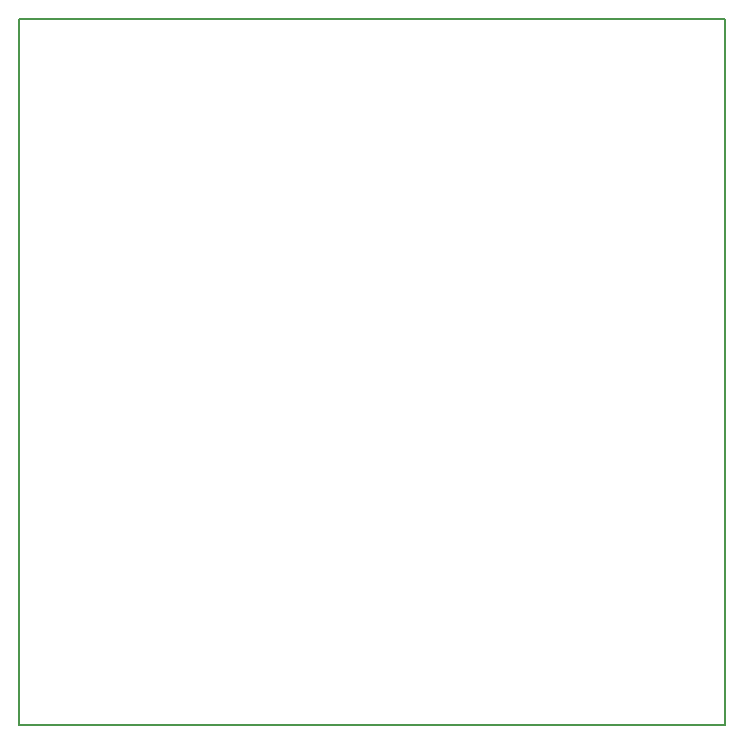
<source format=gm1>
G04 MADE WITH FRITZING*
G04 WWW.FRITZING.ORG*
G04 SINGLE SIDED*
G04 HOLES NOT PLATED*
G04 CONTOUR ON CENTER OF CONTOUR VECTOR*
%ASAXBY*%
%FSLAX23Y23*%
%MOIN*%
%OFA0B0*%
%SFA1.0B1.0*%
%ADD10R,2.362200X2.362200*%
%ADD11C,0.008000*%
%ADD10C,0.008*%
%LNCONTOUR*%
G90*
G70*
G54D10*
G54D11*
X4Y2358D02*
X2358Y2358D01*
X2358Y4D01*
X4Y4D01*
X4Y2358D01*
D02*
G04 End of contour*
M02*
</source>
